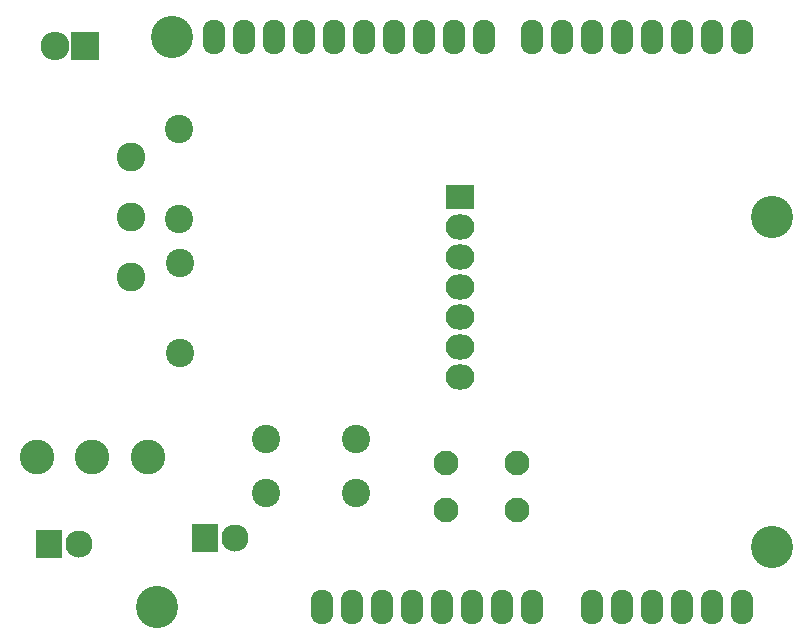
<source format=gbs>
G04 #@! TF.FileFunction,Soldermask,Bot*
%FSLAX46Y46*%
G04 Gerber Fmt 4.6, Leading zero omitted, Abs format (unit mm)*
G04 Created by KiCad (PCBNEW 4.0.1-3.201512221402+6198~38~ubuntu14.04.1-stable) date Sat 30 Apr 2016 11:46:46 AM PDT*
%MOMM*%
G01*
G04 APERTURE LIST*
%ADD10C,0.100000*%
%ADD11C,2.100000*%
%ADD12R,2.432000X2.127200*%
%ADD13O,2.432000X2.127200*%
%ADD14R,2.300000X2.400000*%
%ADD15C,2.300000*%
%ADD16C,2.398980*%
%ADD17C,2.432000*%
%ADD18C,2.940000*%
%ADD19R,2.432000X2.432000*%
%ADD20O,2.432000X2.432000*%
%ADD21O,1.924000X2.940000*%
%ADD22C,3.575000*%
G04 APERTURE END LIST*
D10*
D11*
X132080000Y-107378000D03*
X126080000Y-107378000D03*
X132080000Y-103378000D03*
X126080000Y-103378000D03*
D12*
X127254000Y-80899000D03*
D13*
X127254000Y-83439000D03*
X127254000Y-85979000D03*
X127254000Y-88519000D03*
X127254000Y-91059000D03*
X127254000Y-93599000D03*
X127254000Y-96139000D03*
D14*
X92456000Y-110236000D03*
D15*
X94996000Y-110236000D03*
D14*
X105664000Y-109728000D03*
D15*
X108204000Y-109728000D03*
D16*
X110871000Y-101346000D03*
X118491000Y-101346000D03*
X110871000Y-105981500D03*
X118491000Y-105981500D03*
X103505000Y-82740500D03*
X103505000Y-75120500D03*
X103600000Y-86480000D03*
X103600000Y-94100000D03*
D17*
X99400000Y-77470000D03*
X99400000Y-82550000D03*
X99400000Y-87630000D03*
D18*
X100838000Y-102870000D03*
X96139000Y-102870000D03*
X91440000Y-102870000D03*
D19*
X95504000Y-68072000D03*
D20*
X92964000Y-68072000D03*
D21*
X151130000Y-115570000D03*
X148590000Y-115570000D03*
X146050000Y-115570000D03*
X138430000Y-115570000D03*
X140970000Y-115570000D03*
X143510000Y-115570000D03*
X133350000Y-115570000D03*
X130810000Y-115570000D03*
X128270000Y-115570000D03*
X123190000Y-115570000D03*
X120650000Y-115570000D03*
X151130000Y-67310000D03*
X148590000Y-67310000D03*
X146050000Y-67310000D03*
X143510000Y-67310000D03*
X140970000Y-67310000D03*
X138430000Y-67310000D03*
X135890000Y-67310000D03*
X133350000Y-67310000D03*
X129286000Y-67310000D03*
X126746000Y-67310000D03*
X124206000Y-67310000D03*
X121666000Y-67310000D03*
X119126000Y-67310000D03*
X116586000Y-67310000D03*
X114046000Y-67310000D03*
X111506000Y-67310000D03*
X125730000Y-115570000D03*
D22*
X153670000Y-110490000D03*
X153670000Y-82550000D03*
X102870000Y-67310000D03*
X101600000Y-115570000D03*
D21*
X108966000Y-67310000D03*
X106426000Y-67310000D03*
X118110000Y-115570000D03*
X115570000Y-115570000D03*
M02*

</source>
